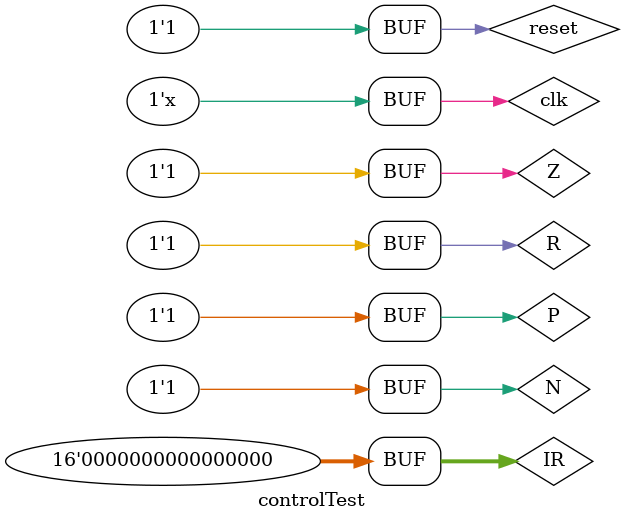
<source format=v>
module controlTest();

    reg clk;
    reg reset;
    reg N, P, Z, R;
    reg [15:0] IR;
    wire [1:0] aluop;
    wire LDCC, LDIR, LDREG;
    wire LDPC, LDMAR, LDMDR;
    wire MEMEN;

    control Control(.clk(clk),
                    .reset(reset),
                    .IR(IR),
                    .N(N), .P(P), .Z(Z), .R(R),
                    .aluop(aluop),
                    .LDCC(LDCC), .LDIR(LDIR),   .LDREG(LDREG),
                    .LDPC(LDPC), .LDMAR(LDMAR), .LDMDR(LDMDR),
                    .MEMEN(MEMEN));

    initial begin 
        $dumpfile("controlTest.vcd");
        $dumpvars(0);
        clk = 1;        
        reset = 0;
        IR = 16'b0;
        N = 1;
        P = 1;
        Z = 1;
        R = 1;

        #5
        reset = 1;
    end

    always begin
        #5
        clk = ~clk;
    end

endmodule
</source>
